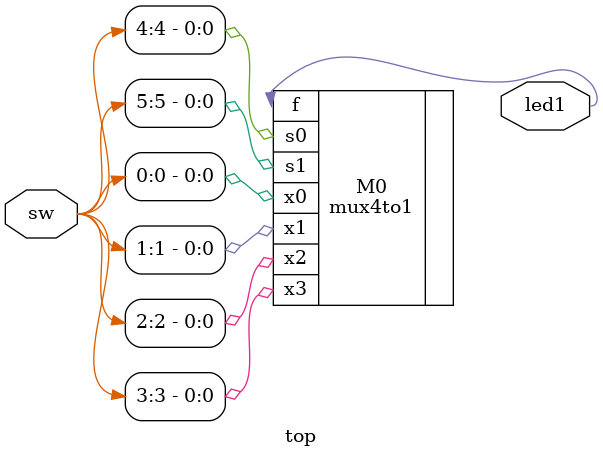
<source format=v>
`timescale 1ns / 1ps


module top(
    input [5:0] sw,
    output led1
    );
    
        
    mux4to1 M0(
    .x0(sw[0]),
    .x1(sw[1]),
    .x2(sw[2]),
    .x3(sw[3]),
    .s1(sw[5]),
    .s0(sw[4]), 
    .f(led1)
    
    );
    
    
    
endmodule

</source>
